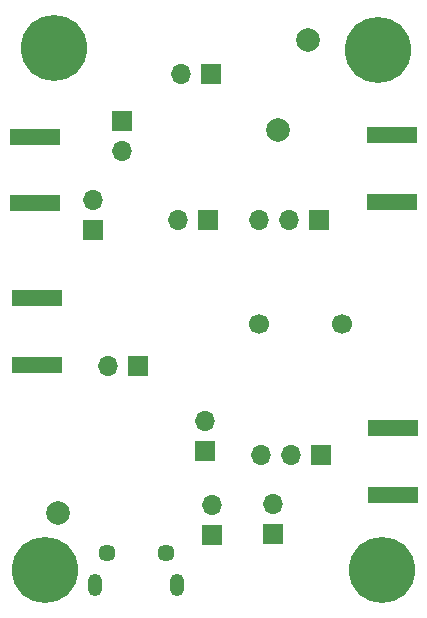
<source format=gbs>
G04 #@! TF.GenerationSoftware,KiCad,Pcbnew,(6.0.9)*
G04 #@! TF.CreationDate,2022-12-23T15:52:53-08:00*
G04 #@! TF.ProjectId,pdm_mic_brd,70646d5f-6d69-4635-9f62-72642e6b6963,rev?*
G04 #@! TF.SameCoordinates,Original*
G04 #@! TF.FileFunction,Soldermask,Bot*
G04 #@! TF.FilePolarity,Negative*
%FSLAX46Y46*%
G04 Gerber Fmt 4.6, Leading zero omitted, Abs format (unit mm)*
G04 Created by KiCad (PCBNEW (6.0.9)) date 2022-12-23 15:52:53*
%MOMM*%
%LPD*%
G01*
G04 APERTURE LIST*
%ADD10R,1.700000X1.700000*%
%ADD11O,1.700000X1.700000*%
%ADD12R,4.200000X1.350000*%
%ADD13C,5.600000*%
%ADD14C,3.600000*%
%ADD15C,1.700000*%
%ADD16C,2.000000*%
%ADD17C,1.450000*%
%ADD18O,1.200000X1.900000*%
G04 APERTURE END LIST*
D10*
X115555000Y-42088000D03*
D11*
X115555000Y-44628000D03*
D10*
X113118000Y-51322000D03*
D11*
X113118000Y-48782000D03*
D12*
X138438500Y-48962000D03*
X138438500Y-43312000D03*
X108378000Y-62748000D03*
X108378000Y-57098000D03*
D10*
X116948000Y-62889000D03*
D11*
X114408000Y-62889000D03*
D13*
X137238000Y-36127000D03*
D14*
X137238000Y-36127000D03*
D10*
X128350000Y-77108000D03*
D11*
X128350000Y-74568000D03*
D12*
X138508000Y-68117000D03*
X138508000Y-73767000D03*
D13*
X109792000Y-35945000D03*
D14*
X109792000Y-35945000D03*
D10*
X132309000Y-50486000D03*
D11*
X129769000Y-50486000D03*
X127229000Y-50486000D03*
D10*
X122614000Y-70090000D03*
D11*
X122614000Y-67550000D03*
D12*
X108222000Y-49091000D03*
X108222000Y-43441000D03*
D15*
X134230000Y-59344000D03*
X127230000Y-59344000D03*
D16*
X110153000Y-75324000D03*
D10*
X122881000Y-50500000D03*
D11*
X120341000Y-50500000D03*
D10*
X123193000Y-77189000D03*
D11*
X123193000Y-74649000D03*
D10*
X123087000Y-38177000D03*
D11*
X120547000Y-38177000D03*
D16*
X128799000Y-42912000D03*
D13*
X137576000Y-80097000D03*
D14*
X137576000Y-80097000D03*
D10*
X132436000Y-70413000D03*
D11*
X129896000Y-70413000D03*
X127356000Y-70413000D03*
D16*
X131362000Y-35232000D03*
D17*
X114283000Y-78697000D03*
D18*
X113283000Y-81397000D03*
D17*
X119283000Y-78697000D03*
D18*
X120283000Y-81397000D03*
D13*
X109064000Y-80154000D03*
D14*
X109064000Y-80154000D03*
M02*

</source>
